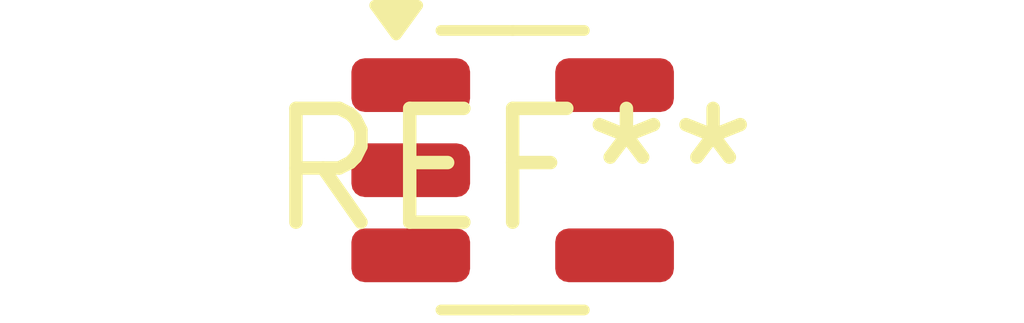
<source format=kicad_pcb>
(kicad_pcb (version 20240108) (generator pcbnew)
  (layers (0 "F.Cu" signal) (31 "B.Cu" signal) (34 "B.Paste" user) (35 "F.Paste" user) (36 "B.SilkS" user "B.Silkscreen") (37 "F.SilkS" user "F.Silkscreen") (38 "B.Mask" user) (39 "F.Mask" user) (44 "Edge.Cuts" user))
  (net 0 "")
  (footprint "TSOT-23-5" (layer "F.Cu") (at 0 0)
    (property "Reference" "REF**")
    (property "Value" "TSOT-23-5")
    (fp_line (start 0 -1.56) (end -0.8 -1.56) (layer "F.SilkS") (stroke (width 0.12)))
    (fp_line (start 0 -1.56) (end 0.8 -1.56) (layer "F.SilkS") (stroke (width 0.12)))
    (fp_line (start 0 1.56) (end -0.8 1.56) (layer "F.SilkS") (stroke (width 0.12)))
    (fp_line (start 0 1.56) (end 0.8 1.56) (layer "F.SilkS") (stroke (width 0.12)))
    (fp_poly (pts (xy -1.3 -1.51) (xy -1.54 -1.84) (xy -1.06 -1.84) (xy -1.3 -1.51)) (layer "F.SilkS") (stroke (width 0.12)) (fill solid))
    (pad "1" smd roundrect (at -1.1375 -0.95) (size 1.325 0.6) (layers "F.Cu" "F.Paste" "F.Mask"))
    (pad "2" smd roundrect (at -1.1375 0) (size 1.325 0.6) (layers "F.Cu" "F.Paste" "F.Mask"))
    (pad "3" smd roundrect (at -1.1375 0.95) (size 1.325 0.6) (layers "F.Cu" "F.Paste" "F.Mask"))
    (pad "4" smd roundrect (at 1.1375 0.95) (size 1.325 0.6) (layers "F.Cu" "F.Paste" "F.Mask"))
    (pad "5" smd roundrect (at 1.1375 -0.95) (size 1.325 0.6) (layers "F.Cu" "F.Paste" "F.Mask"))
  )
)
</source>
